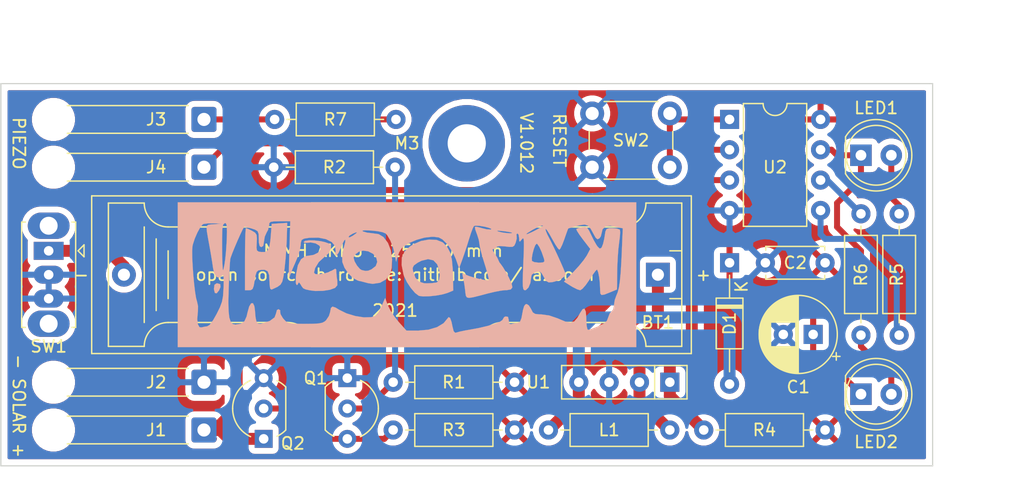
<source format=kicad_pcb>
(kicad_pcb (version 20171130) (host pcbnew "(5.1.9)-1")
  (layers (0 F.Cu signal) (31 B.Cu signal) (34 B.Paste user) (35 F.Paste user) (36 B.SilkS user) (37 F.SilkS user) (38 B.Mask user) (39 F.Mask user) (44 Edge.Cuts user))
  (net 0 "")
  (net 1 "Net-(BT1-Pad2)")
  (net 2 "Net-(BT1-Pad1)")
  (net 3 GND)
  (net 4 "Net-(C1-Pad1)")
  (net 5 "Net-(D1-Pad2)")
  (net 6 "Net-(J1-Pad1)")
  (net 7 "Net-(J3-Pad1)")
  (net 8 "Net-(J4-Pad1)")
  (net 9 "Net-(LED1-Pad2)")
  (net 10 "Net-(LED1-Pad1)")
  (net 11 "Net-(LED2-Pad2)")
  (net 12 "Net-(Q1-Pad3)")
  (net 13 "Net-(Q1-Pad2)")
  (net 14 "Net-(R5-Pad2)")
  (net 15 "Net-(R6-Pad2)")
  (net 16 "Net-(R7-Pad2)")
  (net 17 "Net-(SW2-Pad1)")
  (module Package_TO_SOT_THT:TO-92_Inline_Wide (layer F.Cu) (at 81 78.74 90)
    (fp_text reference Q2 (at -0.381 2.439 180) (layer F.SilkS))
    (fp_text value ZVN4206AVSTZ)
    (pad 1 thru_hole rect (at 0 0 90) (size 1.5 1.5) (drill 0.8) (layers *.Cu *.Mask) (net 6 "Net-(J1-Pad1)"))
    (pad 3 thru_hole circle (at 5.08 0 90) (size 1.5 1.5) (drill 0.8) (layers *.Cu *.Mask) (net 3 GND))
    (pad 2 thru_hole circle (at 2.54 0 90) (size 1.5 1.5) (drill 0.8) (layers *.Cu *.Mask) (net 12 "Net-(Q1-Pad3)"))
  )
  (module Joe_footprint_Library:Kazoosh!-Logo (layer F.Cu) (at 93 65)
    (fp_text reference G*** hide)
    (fp_text value LOGO hide)
  )
  (module MountingHole:MountingHole_3.2mm_M3_Pad_TopBottom (layer F.Cu) (at 98 54)
    (fp_text reference M3 (at -5 0) (layer F.SilkS))
    (fp_text value MountingHole_3.2mm_M3_Pad_TopBottom)
    (pad 1 connect circle (at 0 0) (size 6.4 6.4) (layers B.Cu B.Mask))
    (pad 1 connect circle (at 0 0) (size 6.4 6.4) (layers F.Cu F.Mask))
    (pad 1 thru_hole circle (at 0 0) (size 3.6 3.6) (drill 3.2) (layers *.Cu *.Mask))
  )
  (module Joe_footprint_Library:SW_PUSH_6mm_H5mm_4pin (layer F.Cu) (at 115 56 180)
    (fp_text reference SW2 (at 3.25 2.25) (layer F.SilkS))
    (fp_text value SW_Push_standard_6x6_four_pins)
    (pad 3 thru_hole circle (at 6.5 0 270) (size 2 2) (drill 1.1) (layers *.Cu *.Mask) (net 3 GND))
    (pad 4 thru_hole circle (at 6.5 4.5 270) (size 2 2) (drill 1.1) (layers *.Cu *.Mask) (net 3 GND))
    (pad 1 thru_hole circle (at 0 0 270) (size 2 2) (drill 1.1) (layers *.Cu *.Mask) (net 17 "Net-(SW2-Pad1)"))
    (pad 2 thru_hole circle (at 0 4.5 270) (size 2 2) (drill 1.1) (layers *.Cu *.Mask) (net 17 "Net-(SW2-Pad1)"))
  )
  (module Package_DIP:DIP-8_W7.62mm (layer F.Cu) (at 120 52)
    (fp_text reference U2 (at 3.81 4) (layer F.SilkS))
    (fp_text value ATtiny85V-10PU)
    (pad 8 thru_hole oval (at 7.62 0) (size 1.6 1.6) (drill 0.8) (layers *.Cu *.Mask) (net 4 "Net-(C1-Pad1)"))
    (pad 4 thru_hole oval (at 0 7.62) (size 1.6 1.6) (drill 0.8) (layers *.Cu *.Mask) (net 3 GND))
    (pad 7 thru_hole oval (at 7.62 2.54) (size 1.6 1.6) (drill 0.8) (layers *.Cu *.Mask) (net 10 "Net-(LED1-Pad1)"))
    (pad 3 thru_hole oval (at 0 5.08) (size 1.6 1.6) (drill 0.8) (layers *.Cu *.Mask) (net 8 "Net-(J4-Pad1)"))
    (pad 6 thru_hole oval (at 7.62 5.08) (size 1.6 1.6) (drill 0.8) (layers *.Cu *.Mask) (net 15 "Net-(R6-Pad2)"))
    (pad 2 thru_hole oval (at 0 2.54) (size 1.6 1.6) (drill 0.8) (layers *.Cu *.Mask) (net 16 "Net-(R7-Pad2)"))
    (pad 5 thru_hole oval (at 7.62 7.62) (size 1.6 1.6) (drill 0.8) (layers *.Cu *.Mask) (net 14 "Net-(R5-Pad2)"))
    (pad 1 thru_hole rect (at 0 0) (size 1.6 1.6) (drill 0.8) (layers *.Cu *.Mask) (net 17 "Net-(SW2-Pad1)"))
  )
  (module Resistor_THT:R_Array_SIP4 (layer F.Cu) (at 115 74 180)
    (fp_text reference U1 (at 11 0) (layer F.SilkS))
    (fp_text value YX8051_JF)
    (pad 4 thru_hole oval (at 7.62 0 180) (size 1.6 1.6) (drill 0.8) (layers *.Cu *.Mask) (net 5 "Net-(D1-Pad2)"))
    (pad 3 thru_hole oval (at 5.08 0 180) (size 1.6 1.6) (drill 0.8) (layers *.Cu *.Mask) (net 3 GND))
    (pad 2 thru_hole oval (at 2.54 0 180) (size 1.6 1.6) (drill 0.8) (layers *.Cu *.Mask) (net 2 "Net-(BT1-Pad1)"))
    (pad 1 thru_hole rect (at 0 0 180) (size 1.6 1.6) (drill 0.8) (layers *.Cu *.Mask) (net 6 "Net-(J1-Pad1)"))
  )
  (module Button_Switch_THT:SW_Slide_1P2T_CK_OS102011MS2Q (layer F.Cu) (at 63 63 270)
    (fp_text reference SW1 (at 8 0 180) (layer F.SilkS))
    (fp_text value SW_SPDT)
    (pad "" thru_hole oval (at 6.1 0 270) (size 2.2 3.5) (drill 1.5) (layers *.Cu *.Mask))
    (pad "" thru_hole oval (at -2.1 0 270) (size 2.2 3.5) (drill 1.5) (layers *.Cu *.Mask))
    (pad 3 thru_hole oval (at 4 0 270) (size 1.5 2.5) (drill 0.8) (layers *.Cu *.Mask) (net 3 GND))
    (pad 2 thru_hole oval (at 2 0 270) (size 1.5 2.5) (drill 0.8) (layers *.Cu *.Mask) (net 3 GND))
    (pad 1 thru_hole rect (at 0 0 270) (size 1.5 2.5) (drill 0.8) (layers *.Cu *.Mask) (net 1 "Net-(BT1-Pad2)"))
  )
  (module Resistor_THT:R_Axial_DIN0207_L6.3mm_D2.5mm_P10.16mm_Horizontal (layer F.Cu) (at 81.915 52)
    (fp_text reference R7 (at 5.08 0) (layer F.SilkS))
    (fp_text value 120)
    (pad 2 thru_hole oval (at 10.16 0) (size 1.6 1.6) (drill 0.8) (layers *.Cu *.Mask) (net 16 "Net-(R7-Pad2)"))
    (pad 1 thru_hole circle (at 0 0) (size 1.6 1.6) (drill 0.8) (layers *.Cu *.Mask) (net 7 "Net-(J3-Pad1)"))
  )
  (module Resistor_THT:R_Axial_DIN0207_L6.3mm_D2.5mm_P10.16mm_Horizontal (layer F.Cu) (at 131 70.06 90)
    (fp_text reference R6 (at 5.06 0 90) (layer F.SilkS))
    (fp_text value 120)
    (pad 2 thru_hole oval (at 10.16 0 90) (size 1.6 1.6) (drill 0.8) (layers *.Cu *.Mask) (net 15 "Net-(R6-Pad2)"))
    (pad 1 thru_hole circle (at 0 0 90) (size 1.6 1.6) (drill 0.8) (layers *.Cu *.Mask) (net 11 "Net-(LED2-Pad2)"))
  )
  (module Resistor_THT:R_Axial_DIN0207_L6.3mm_D2.5mm_P10.16mm_Horizontal (layer F.Cu) (at 134.2 59.9 270)
    (fp_text reference R5 (at 5.1 0.2 90) (layer F.SilkS))
    (fp_text value 120)
    (pad 2 thru_hole oval (at 10.16 0 270) (size 1.6 1.6) (drill 0.8) (layers *.Cu *.Mask) (net 14 "Net-(R5-Pad2)"))
    (pad 1 thru_hole circle (at 0 0 270) (size 1.6 1.6) (drill 0.8) (layers *.Cu *.Mask) (net 9 "Net-(LED1-Pad2)"))
  )
  (module Resistor_THT:R_Axial_DIN0207_L6.3mm_D2.5mm_P10.16mm_Horizontal (layer F.Cu) (at 128 78 180)
    (fp_text reference R4 (at 5.08 0) (layer F.SilkS))
    (fp_text value 220k)
    (pad 2 thru_hole oval (at 10.16 0 180) (size 1.6 1.6) (drill 0.8) (layers *.Cu *.Mask) (net 6 "Net-(J1-Pad1)"))
    (pad 1 thru_hole circle (at 0 0 180) (size 1.6 1.6) (drill 0.8) (layers *.Cu *.Mask) (net 4 "Net-(C1-Pad1)"))
  )
  (module Resistor_THT:R_Axial_DIN0207_L6.3mm_D2.5mm_P10.16mm_Horizontal (layer F.Cu) (at 102 78 180)
    (fp_text reference R3 (at 5.08 0) (layer F.SilkS))
    (fp_text value 510k)
    (pad 2 thru_hole oval (at 10.16 0 180) (size 1.6 1.6) (drill 0.8) (layers *.Cu *.Mask) (net 12 "Net-(Q1-Pad3)"))
    (pad 1 thru_hole circle (at 0 0 180) (size 1.6 1.6) (drill 0.8) (layers *.Cu *.Mask) (net 4 "Net-(C1-Pad1)"))
  )
  (module Resistor_THT:R_Axial_DIN0207_L6.3mm_D2.5mm_P10.16mm_Horizontal (layer F.Cu) (at 92 56 180)
    (fp_text reference R2 (at 5.08 0) (layer F.SilkS))
    (fp_text value 330k)
    (pad 2 thru_hole oval (at 10.16 0 180) (size 1.6 1.6) (drill 0.8) (layers *.Cu *.Mask) (net 3 GND))
    (pad 1 thru_hole circle (at 0 0 180) (size 1.6 1.6) (drill 0.8) (layers *.Cu *.Mask) (net 13 "Net-(Q1-Pad2)"))
  )
  (module Resistor_THT:R_Axial_DIN0207_L6.3mm_D2.5mm_P10.16mm_Horizontal (layer F.Cu) (at 102 74 180)
    (fp_text reference R1 (at 5.08 0) (layer F.SilkS))
    (fp_text value 1M)
    (pad 2 thru_hole oval (at 10.16 0 180) (size 1.6 1.6) (drill 0.8) (layers *.Cu *.Mask) (net 13 "Net-(Q1-Pad2)"))
    (pad 1 thru_hole circle (at 0 0 180) (size 1.6 1.6) (drill 0.8) (layers *.Cu *.Mask) (net 4 "Net-(C1-Pad1)"))
  )
  (module Package_TO_SOT_THT:TO-92_Inline_Wide (layer F.Cu) (at 88 73.66 270)
    (fp_text reference Q1 (at 0 2.656 180) (layer F.SilkS))
    (fp_text value 2N7000)
    (pad 1 thru_hole rect (at 0 0 270) (size 1.5 1.5) (drill 0.8) (layers *.Cu *.Mask) (net 3 GND))
    (pad 3 thru_hole circle (at 5.08 0 270) (size 1.5 1.5) (drill 0.8) (layers *.Cu *.Mask) (net 12 "Net-(Q1-Pad3)"))
    (pad 2 thru_hole circle (at 2.54 0 270) (size 1.5 1.5) (drill 0.8) (layers *.Cu *.Mask) (net 13 "Net-(Q1-Pad2)"))
  )
  (module LED_THT:LED_D5.0mm (layer F.Cu) (at 131 75)
    (fp_text reference LED2 (at 1.27 4) (layer F.SilkS))
    (fp_text value LED_GN)
    (pad 2 thru_hole circle (at 2.54 0) (size 1.8 1.8) (drill 0.9) (layers *.Cu *.Mask) (net 11 "Net-(LED2-Pad2)"))
    (pad 1 thru_hole rect (at 0 0) (size 1.8 1.8) (drill 0.9) (layers *.Cu *.Mask) (net 10 "Net-(LED1-Pad1)"))
  )
  (module LED_THT:LED_D5.0mm (layer F.Cu) (at 131 55)
    (fp_text reference LED1 (at 1.27 -3.96) (layer F.SilkS))
    (fp_text value LED_GN)
    (pad 2 thru_hole circle (at 2.54 0) (size 1.8 1.8) (drill 0.9) (layers *.Cu *.Mask) (net 9 "Net-(LED1-Pad2)"))
    (pad 1 thru_hole rect (at 0 0) (size 1.8 1.8) (drill 0.9) (layers *.Cu *.Mask) (net 10 "Net-(LED1-Pad1)"))
  )
  (module Resistor_THT:R_Axial_DIN0207_L6.3mm_D2.5mm_P10.16mm_Horizontal (layer F.Cu) (at 115 78 180)
    (fp_text reference L1 (at 5.08 0) (layer F.SilkS))
    (fp_text value 47uH)
    (pad 2 thru_hole oval (at 10.16 0 180) (size 1.6 1.6) (drill 0.8) (layers *.Cu *.Mask) (net 5 "Net-(D1-Pad2)"))
    (pad 1 thru_hole circle (at 0 0 180) (size 1.6 1.6) (drill 0.8) (layers *.Cu *.Mask) (net 2 "Net-(BT1-Pad1)"))
  )
  (module Connector_Wire:SolderWire-0.5sqmm_1x01_D0.9mm_OD2.1mm_Relief (layer F.Cu) (at 76 56 270)
    (fp_text reference J4 (at 0 4 180) (layer F.SilkS))
    (fp_text value Conn_01x01)
    (pad "" np_thru_hole circle (at 0 12.6 270) (size 2.6 2.6) (drill 2.6) (layers *.Cu *.Mask))
    (pad 1 thru_hole roundrect (at 0 0 270) (size 2.1 2.1) (drill 1.1) (layers *.Cu *.Mask) (roundrect_rratio 0.119048) (net 8 "Net-(J4-Pad1)"))
  )
  (module Connector_Wire:SolderWire-0.5sqmm_1x01_D0.9mm_OD2.1mm_Relief (layer F.Cu) (at 76 52 270)
    (fp_text reference J3 (at 0 4 180) (layer F.SilkS))
    (fp_text value Conn_01x01)
    (pad "" np_thru_hole circle (at 0 12.6 270) (size 2.6 2.6) (drill 2.6) (layers *.Cu *.Mask))
    (pad 1 thru_hole roundrect (at 0 0 270) (size 2.1 2.1) (drill 1.1) (layers *.Cu *.Mask) (roundrect_rratio 0.119048) (net 7 "Net-(J3-Pad1)"))
  )
  (module Connector_Wire:SolderWire-0.5sqmm_1x01_D0.9mm_OD2.1mm_Relief (layer F.Cu) (at 76 74 270)
    (fp_text reference J2 (at 0 4 180) (layer F.SilkS))
    (fp_text value Conn_01x01)
    (pad "" np_thru_hole circle (at 0 12.6 270) (size 2.6 2.6) (drill 2.6) (layers *.Cu *.Mask))
    (pad 1 thru_hole roundrect (at 0 0 270) (size 2.1 2.1) (drill 1.1) (layers *.Cu *.Mask) (roundrect_rratio 0.119048) (net 3 GND))
  )
  (module Connector_Wire:SolderWire-0.5sqmm_1x01_D0.9mm_OD2.1mm_Relief (layer F.Cu) (at 76 78 270)
    (fp_text reference J1 (at 0 4 180) (layer F.SilkS))
    (fp_text value Conn_01x01)
    (pad "" np_thru_hole circle (at 0 12.6 270) (size 2.6 2.6) (drill 2.6) (layers *.Cu *.Mask))
    (pad 1 thru_hole roundrect (at 0 0 270) (size 2.1 2.1) (drill 1.1) (layers *.Cu *.Mask) (roundrect_rratio 0.119048) (net 6 "Net-(J1-Pad1)"))
  )
  (module Diode_THT:D_DO-35_SOD27_P10.16mm_Horizontal (layer F.Cu) (at 120 64 270)
    (fp_text reference D1 (at 5.08 0 90) (layer F.SilkS))
    (fp_text value BAT48RL)
    (fp_text user K (at 2 -1 90) (layer F.SilkS))
    (pad 2 thru_hole oval (at 10.16 0 270) (size 1.6 1.6) (drill 0.8) (layers *.Cu *.Mask) (net 5 "Net-(D1-Pad2)"))
    (pad 1 thru_hole rect (at 0 0 270) (size 1.6 1.6) (drill 0.8) (layers *.Cu *.Mask) (net 4 "Net-(C1-Pad1)"))
  )
  (module Capacitor_THT:C_Disc_D4.7mm_W2.5mm_P5.00mm (layer F.Cu) (at 128 64 180)
    (fp_text reference C2 (at 2.5 0) (layer F.SilkS))
    (fp_text value 100nF)
    (pad 2 thru_hole circle (at 5 0 180) (size 1.6 1.6) (drill 0.8) (layers *.Cu *.Mask) (net 3 GND))
    (pad 1 thru_hole circle (at 0 0 180) (size 1.6 1.6) (drill 0.8) (layers *.Cu *.Mask) (net 4 "Net-(C1-Pad1)"))
  )
  (module Capacitor_THT:CP_Radial_D6.3mm_P2.50mm (layer F.Cu) (at 127 70 180)
    (fp_text reference C1 (at 1.25 -4.4) (layer F.SilkS))
    (fp_text value 220uF)
    (pad 2 thru_hole circle (at 2.5 0 180) (size 1.6 1.6) (drill 0.8) (layers *.Cu *.Mask) (net 3 GND))
    (pad 1 thru_hole rect (at 0 0 180) (size 1.6 1.6) (drill 0.8) (layers *.Cu *.Mask) (net 4 "Net-(C1-Pad1)"))
  )
  (module Battery:BatteryHolder_Keystone_2466_1xAAA (layer F.Cu) (at 114 65 180)
    (fp_text reference BT1 (at 0 -4 180) (layer F.SilkS))
    (fp_text value "NiMH 1,25V 600mAh")
    (fp_text user + (at -3.81 0) (layer F.SilkS))
    (fp_text user - (at 48.26 0) (layer F.SilkS))
    (pad 2 thru_hole circle (at 44.7 0 180) (size 2 2) (drill 1.02) (layers *.Cu *.Mask) (net 1 "Net-(BT1-Pad2)"))
    (pad 1 thru_hole rect (at 0 0 180) (size 2 2) (drill 1.02) (layers *.Cu *.Mask) (net 2 "Net-(BT1-Pad1)"))
  )
  (gr_text 2021 (at 92 68) (layer F.SilkS) (effects (font (size 1 1))))
  (gr_text "open source hardware: github.com/kazoosh" (at 92 65) (layer F.SilkS) (effects (font (size 1 1))))
  (gr_text V1.012 (at 103 54 -90) (layer F.SilkS) (effects (font (size 1 1))))
  (gr_text RESET (at 105.75 53.75 270) (layer F.SilkS) (effects (font (size 1 1))))
  (gr_text "NiMH AKKU 1.25V 600mAh" (at 91 63) (layer F.SilkS) (effects (font (size 1 1))))
  (gr_text "- SOLAR +" (at 60.5 76 270) (layer F.SilkS) (effects (font (size 1 1))))
  (gr_text PIEZO (at 60.5 54 270) (layer F.SilkS) (effects (font (size 1 1))))
  (gr_line (start 137 49) (end 137 81) (layer Edge.Cuts) (width 0.1))
  (gr_line (start 59 49) (end 137 49) (layer Edge.Cuts) (width 0.1))
  (gr_line (start 59 81) (end 59 49) (layer Edge.Cuts) (width 0.1))
  (gr_line (start 137 81) (end 59 81) (layer Edge.Cuts) (width 0.1))
  (segment (start 69.3 65) (end 69.3 64.3) (width 1) (layer F.Cu) (net 1))
  (segment (start 68 63) (end 63 63) (width 1) (layer F.Cu) (net 1))
  (segment (start 69.3 64.3) (end 68 63) (width 1) (layer F.Cu) (net 1))
  (segment (start 114 65) (end 114 69) (width 1) (layer F.Cu) (net 2))
  (segment (start 114 69) (end 113 70) (width 1) (layer F.Cu) (net 2))
  (segment (start 113 70) (end 112.88 70) (width 1) (layer F.Cu) (net 2))
  (segment (start 112.46 70.42) (end 112.46 74) (width 1) (layer F.Cu) (net 2))
  (segment (start 112.88 70) (end 112.46 70.42) (width 1) (layer F.Cu) (net 2))
  (segment (start 112.46 74) (end 112.46 75.5) (width 1) (layer F.Cu) (net 2))
  (segment (start 114.96 78) (end 115 78) (width 1) (layer F.Cu) (net 2))
  (segment (start 112.46 75.5) (end 114.96 78) (width 1) (layer F.Cu) (net 2))
  (segment (start 104.84 78) (end 104.88 78) (width 1) (layer F.Cu) (net 5))
  (segment (start 107.38 75.5) (end 107.38 74) (width 1) (layer F.Cu) (net 5))
  (segment (start 104.88 78) (end 107.38 75.5) (width 1) (layer F.Cu) (net 5))
  (segment (start 107.38 74) (end 107.38 69.785) (width 1) (layer B.Cu) (net 5))
  (segment (start 107.38 69.785) (end 108.585 68.58) (width 1) (layer B.Cu) (net 5))
  (segment (start 108.585 68.58) (end 119.38 68.58) (width 1) (layer B.Cu) (net 5))
  (segment (start 120 69.2) (end 120 74.16) (width 1) (layer B.Cu) (net 5))
  (segment (start 119.38 68.58) (end 120 69.2) (width 1) (layer B.Cu) (net 5))
  (segment (start 76 78) (end 76.095 78) (width 0.5) (layer F.Cu) (net 6))
  (segment (start 76.095 78) (end 76.835 78.74) (width 0.5) (layer F.Cu) (net 6))
  (segment (start 76 78) (end 77.365 78) (width 1) (layer F.Cu) (net 6))
  (segment (start 78.105 78.74) (end 81 78.74) (width 1) (layer F.Cu) (net 6))
  (segment (start 77.365 78) (end 78.105 78.74) (width 1) (layer F.Cu) (net 6))
  (segment (start 115 75.16) (end 117.84 78) (width 1) (layer F.Cu) (net 6))
  (segment (start 115 74) (end 115 75.16) (width 1) (layer F.Cu) (net 6))
  (segment (start 115 71.82) (end 115 74) (width 1) (layer F.Cu) (net 6))
  (segment (start 116.84 69.98) (end 115 71.82) (width 1) (layer F.Cu) (net 6))
  (segment (start 116.84 63.5) (end 116.84 69.98) (width 1) (layer F.Cu) (net 6))
  (segment (start 115.57 62.23) (end 116.84 63.5) (width 1) (layer F.Cu) (net 6))
  (segment (start 112.395 62.23) (end 115.57 62.23) (width 1) (layer F.Cu) (net 6))
  (segment (start 111.125 63.5) (end 112.395 62.23) (width 1) (layer F.Cu) (net 6))
  (segment (start 111.125 67.945) (end 111.125 63.5) (width 1) (layer F.Cu) (net 6))
  (segment (start 80.645 70.485) (end 108.585 70.485) (width 1) (layer F.Cu) (net 6))
  (segment (start 78.74 72.39) (end 80.645 70.485) (width 1) (layer F.Cu) (net 6))
  (segment (start 78.74 76.2) (end 78.74 72.39) (width 1) (layer F.Cu) (net 6))
  (segment (start 76.94 78) (end 78.74 76.2) (width 1) (layer F.Cu) (net 6))
  (segment (start 108.585 70.485) (end 111.125 67.945) (width 1) (layer F.Cu) (net 6))
  (segment (start 76 78) (end 76.94 78) (width 1) (layer F.Cu) (net 6))
  (segment (start 76 52) (end 81.915 52) (width 0.5) (layer F.Cu) (net 7))
  (segment (start 78 54) (end 76 56) (width 0.5) (layer F.Cu) (net 8))
  (segment (start 86.512 54) (end 78 54) (width 0.5) (layer F.Cu) (net 8))
  (segment (start 87.63 55.118) (end 86.512 54) (width 0.5) (layer F.Cu) (net 8))
  (segment (start 90.043 58.928) (end 87.63 56.515) (width 0.5) (layer F.Cu) (net 8))
  (segment (start 87.63 56.515) (end 87.63 55.118) (width 0.5) (layer F.Cu) (net 8))
  (segment (start 118.053 57.08) (end 116.205 58.928) (width 0.5) (layer F.Cu) (net 8))
  (segment (start 116.205 58.928) (end 90.043 58.928) (width 0.5) (layer F.Cu) (net 8))
  (segment (start 120 57.08) (end 118.053 57.08) (width 0.5) (layer F.Cu) (net 8))
  (segment (start 133.54 55) (end 133.54 58.54) (width 0.5) (layer F.Cu) (net 9))
  (segment (start 134.2 59.2) (end 134.2 59.9) (width 0.5) (layer F.Cu) (net 9))
  (segment (start 133.54 58.54) (end 134.2 59.2) (width 0.5) (layer F.Cu) (net 9))
  (segment (start 127.62 54.54) (end 128.54 54.54) (width 0.5) (layer F.Cu) (net 10))
  (segment (start 128.54 54.54) (end 129 55) (width 0.5) (layer F.Cu) (net 10))
  (segment (start 129 55) (end 131 55) (width 0.5) (layer F.Cu) (net 10))
  (segment (start 129 73) (end 131 75) (width 0.5) (layer F.Cu) (net 10))
  (segment (start 129 69) (end 129 73) (width 0.5) (layer F.Cu) (net 10))
  (segment (start 131 67) (end 129 69) (width 0.5) (layer F.Cu) (net 10))
  (segment (start 131 63) (end 131 67) (width 0.5) (layer F.Cu) (net 10))
  (segment (start 129 61) (end 131 63) (width 0.5) (layer F.Cu) (net 10))
  (segment (start 129 59) (end 129 61) (width 0.5) (layer F.Cu) (net 10))
  (segment (start 131 57) (end 129 59) (width 0.5) (layer F.Cu) (net 10))
  (segment (start 131 55) (end 131 57) (width 0.5) (layer F.Cu) (net 10))
  (segment (start 131 70.06) (end 131 71) (width 0.5) (layer F.Cu) (net 11))
  (segment (start 133.54 73.54) (end 133.54 75) (width 0.5) (layer F.Cu) (net 11))
  (segment (start 131 71) (end 133.54 73.54) (width 0.5) (layer F.Cu) (net 11))
  (segment (start 83.185 76.2) (end 81 76.2) (width 0.5) (layer F.Cu) (net 12))
  (segment (start 85.725 78.74) (end 83.185 76.2) (width 0.5) (layer F.Cu) (net 12))
  (segment (start 88 78.74) (end 85.725 78.74) (width 0.5) (layer F.Cu) (net 12))
  (segment (start 91.1 78.74) (end 91.84 78) (width 0.5) (layer F.Cu) (net 12))
  (segment (start 88 78.74) (end 91.1 78.74) (width 0.5) (layer F.Cu) (net 12))
  (segment (start 92 73.84) (end 91.84 74) (width 0.5) (layer F.Cu) (net 13))
  (segment (start 89.64 76.2) (end 91.84 74) (width 0.5) (layer F.Cu) (net 13))
  (segment (start 88 76.2) (end 89.64 76.2) (width 0.5) (layer F.Cu) (net 13))
  (segment (start 92 73.84) (end 91.84 74) (width 0.5) (layer B.Cu) (net 13))
  (segment (start 92 56) (end 92 73.84) (width 0.5) (layer B.Cu) (net 13))
  (segment (start 127.62 59.62) (end 127.62 61.62) (width 0.5) (layer B.Cu) (net 14))
  (segment (start 127.62 61.62) (end 128 62) (width 0.5) (layer B.Cu) (net 14))
  (segment (start 128 62) (end 131 62) (width 0.5) (layer B.Cu) (net 14))
  (segment (start 131 62) (end 134 65) (width 0.5) (layer B.Cu) (net 14))
  (segment (start 134 69.86) (end 134.2 70.06) (width 0.5) (layer B.Cu) (net 14))
  (segment (start 134 65) (end 134 69.86) (width 0.5) (layer B.Cu) (net 14))
  (segment (start 128.18 57.08) (end 131 59.9) (width 0.5) (layer B.Cu) (net 15))
  (segment (start 127.62 57.08) (end 128.18 57.08) (width 0.5) (layer B.Cu) (net 15))
  (segment (start 120 54.54) (end 119.46 54.54) (width 0.5) (layer F.Cu) (net 16))
  (segment (start 89.732 52) (end 92.075 52) (width 0.5) (layer F.Cu) (net 16))
  (segment (start 88.646 56.134) (end 88.646 53.086) (width 0.5) (layer F.Cu) (net 16))
  (segment (start 88.646 53.086) (end 89.732 52) (width 0.5) (layer F.Cu) (net 16))
  (segment (start 116.967 56.515) (end 115.57 57.912) (width 0.5) (layer F.Cu) (net 16))
  (segment (start 115.57 57.912) (end 90.424 57.912) (width 0.5) (layer F.Cu) (net 16))
  (segment (start 116.967 55.626) (end 116.967 56.515) (width 0.5) (layer F.Cu) (net 16))
  (segment (start 90.424 57.912) (end 88.646 56.134) (width 0.5) (layer F.Cu) (net 16))
  (segment (start 118.053 54.54) (end 116.967 55.626) (width 0.5) (layer F.Cu) (net 16))
  (segment (start 120 54.54) (end 118.053 54.54) (width 0.5) (layer F.Cu) (net 16))
  (segment (start 115.5 52) (end 115 51.5) (width 0.5) (layer F.Cu) (net 17))
  (segment (start 120 52) (end 115.5 52) (width 0.5) (layer F.Cu) (net 17))
  (segment (start 115 51.5) (end 115 56) (width 0.5) (layer F.Cu) (net 17))
  (zone (net 3) (net_name GND) (layer B.Cu) (connect_pads (clearance 0.508)) (min_thickness 0.254) (fill yes (arc_segments 32) (thermal_gap 1.16) (thermal_bridge_width 0.508) (smoothing chamfer))
    (polygon (pts (xy 137 81) (xy 59 81) (xy 59 49) (xy 137 49)))
  )
  (zone (net 4) (net_name "Net-(C1-Pad1)") (layer F.Cu) (connect_pads (clearance 0.508)) (min_thickness 0.254) (fill yes (arc_segments 32) (thermal_gap 1.16) (thermal_bridge_width 0.508))
    (polygon (pts (xy 137 81) (xy 59 81) (xy 59 49) (xy 137 49)))
  )
)
</source>
